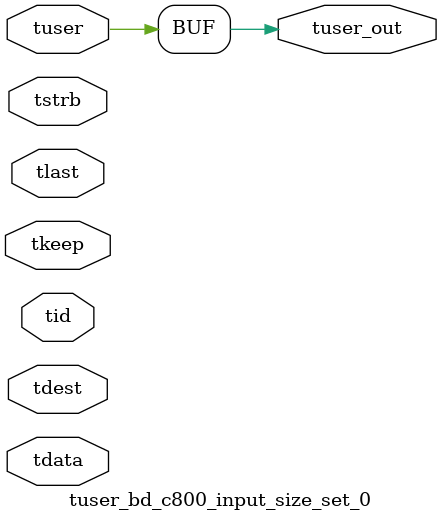
<source format=v>


`timescale 1ps/1ps

module tuser_bd_c800_input_size_set_0 #
(
parameter C_S_AXIS_TUSER_WIDTH = 1,
parameter C_S_AXIS_TDATA_WIDTH = 32,
parameter C_S_AXIS_TID_WIDTH   = 0,
parameter C_S_AXIS_TDEST_WIDTH = 0,
parameter C_M_AXIS_TUSER_WIDTH = 1
)
(
input  [(C_S_AXIS_TUSER_WIDTH == 0 ? 1 : C_S_AXIS_TUSER_WIDTH)-1:0     ] tuser,
input  [(C_S_AXIS_TDATA_WIDTH == 0 ? 1 : C_S_AXIS_TDATA_WIDTH)-1:0     ] tdata,
input  [(C_S_AXIS_TID_WIDTH   == 0 ? 1 : C_S_AXIS_TID_WIDTH)-1:0       ] tid,
input  [(C_S_AXIS_TDEST_WIDTH == 0 ? 1 : C_S_AXIS_TDEST_WIDTH)-1:0     ] tdest,
input  [(C_S_AXIS_TDATA_WIDTH/8)-1:0 ] tkeep,
input  [(C_S_AXIS_TDATA_WIDTH/8)-1:0 ] tstrb,
input                                                                    tlast,
output [C_M_AXIS_TUSER_WIDTH-1:0] tuser_out
);

assign tuser_out = {tuser[0:0]};

endmodule


</source>
